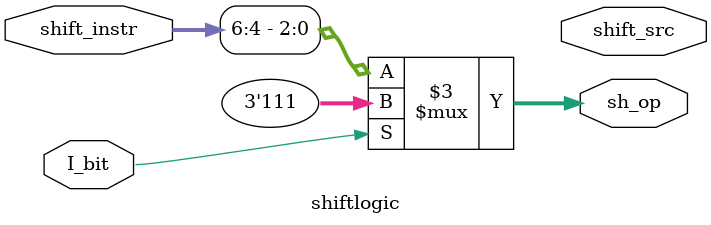
<source format=sv>
module shiftlogic (
    input logic [11:0] shift_instr,
    input logic I_bit,
    output logic [2:0] sh_op,
    output logic shift_src
);

    always_comb
    begin
        if(I_bit)
        begin
            sh_op = 3'b111;
        end
        else
            sh_op = shift_instr[6:4];
    end
    
endmodule
</source>
